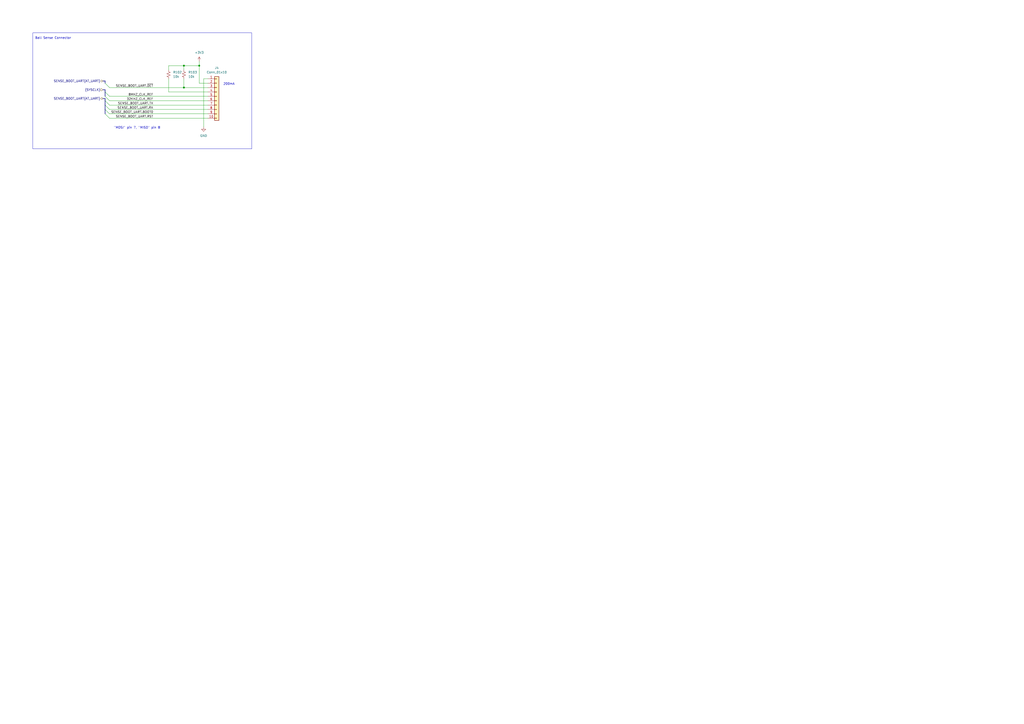
<source format=kicad_sch>
(kicad_sch (version 20230121) (generator eeschema)
  (paper "A2")
  (title_block (title "Kicker") (date "2024-06-10") (rev "3.1") (company "The A-Team (RC SSL)") (comment 1 "W. Stuckey"))
  (lib_symbols
    (symbol "Connector_Generic:Conn_01x10" (pin_names (offset 1.016) hide)
      (property "Reference" "J" (at 0 12.7 0))
      (property "Value" "Conn_01x10" (at 0 -15.24 0))
      (symbol "Conn_01x10_1_1"
        (rectangle (start -1.27 -12.573) (end 0 -12.827) (stroke (width 0.1524)))
        (rectangle (start -1.27 -10.033) (end 0 -10.287) (stroke (width 0.1524)))
        (rectangle (start -1.27 -7.493) (end 0 -7.747) (stroke (width 0.1524)))
        (rectangle (start -1.27 -4.953) (end 0 -5.207) (stroke (width 0.1524)))
        (rectangle (start -1.27 -2.413) (end 0 -2.667) (stroke (width 0.1524)))
        (rectangle (start -1.27 0.127) (end 0 -0.127) (stroke (width 0.1524)))
        (rectangle (start -1.27 2.667) (end 0 2.413) (stroke (width 0.1524)))
        (rectangle (start -1.27 5.207) (end 0 4.953) (stroke (width 0.1524)))
        (rectangle (start -1.27 7.747) (end 0 7.493) (stroke (width 0.1524)))
        (rectangle (start -1.27 10.287) (end 0 10.033) (stroke (width 0.1524)))
        (rectangle (start -1.27 11.43) (end 1.27 -13.97) (stroke (width 0.254)) (fill (type background)))
        (pin passive line (at -5.08 10.16 0) (length 3.81) (name "Pin_1") (number "1"))
        (pin passive line (at -5.08 -12.7 0) (length 3.81) (name "Pin_10") (number "10"))
        (pin passive line (at -5.08 7.62 0) (length 3.81) (name "Pin_2") (number "2"))
        (pin passive line (at -5.08 5.08 0) (length 3.81) (name "Pin_3") (number "3"))
        (pin passive line (at -5.08 2.54 0) (length 3.81) (name "Pin_4") (number "4"))
        (pin passive line (at -5.08 0 0) (length 3.81) (name "Pin_5") (number "5"))
        (pin passive line (at -5.08 -2.54 0) (length 3.81) (name "Pin_6") (number "6"))
        (pin passive line (at -5.08 -5.08 0) (length 3.81) (name "Pin_7") (number "7"))
        (pin passive line (at -5.08 -7.62 0) (length 3.81) (name "Pin_8") (number "8"))
        (pin passive line (at -5.08 -10.16 0) (length 3.81) (name "Pin_9") (number "9"))
      )
    )
    (symbol "Device:R_Small_US" (pin_numbers hide) (pin_names (offset 0.254) hide)
      (property "Reference" "R" (at 0.762 0.508 0))
      (property "Value" "R_Small_US" (at 0.762 -1.016 0))
      (symbol "R_Small_US_1_1"
        (polyline (pts (xy 0 0) (xy 1.016 -0.381) (xy 0 -0.762) (xy -1.016 -1.143) (xy 0 -1.524)))
        (polyline (pts (xy 0 1.524) (xy 1.016 1.143) (xy 0 0.762) (xy -1.016 0.381) (xy 0 0)))
        (pin passive line (at 0 2.54 270) (length 1.016) (name "~") (number "1"))
        (pin passive line (at 0 -2.54 90) (length 1.016) (name "~") (number "2"))
      )
    )
    (symbol "power:+3V3" (power) (pin_names (offset 0))
      (property "Value" "+3V3" (at 0 3.556 0))
      (symbol "+3V3_0_1"
        (polyline (pts (xy -0.762 1.27) (xy 0 2.54)))
        (polyline (pts (xy 0 0) (xy 0 2.54)))
        (polyline (pts (xy 0 2.54) (xy 0.762 1.27)))
      )
      (symbol "+3V3_1_1"
        (pin power_in line (at 0 0 90) (length 0) hide (name "+3V3") (number "1"))
      )
    )
    (symbol "power:GND" (power) (pin_names (offset 0))
      (property "Value" "GND" (at 0 -3.81 0))
      (symbol "GND_0_1"
        (polyline (pts (xy 0 0) (xy 0 -1.27) (xy 1.27 -1.27) (xy 0 -2.54) (xy -1.27 -1.27) (xy 0 -1.27)))
      )
      (symbol "GND_1_1"
        (pin power_in line (at 0 0 270) (length 0) hide (name "GND") (number "1"))
      )
    )
  )
  (junction (at 115.57 38.1))
  (junction (at 106.68 38.1))
  (junction (at 106.68 50.8))
  (bus_entry (at 60.96 53.34) (size 2.54 2.54))
  (bus_entry (at 60.96 58.42) (size 2.54 2.54))
  (bus_entry (at 60.96 48.26) (size 2.54 2.54))
  (bus_entry (at 60.96 63.5) (size 2.54 2.54))
  (bus_entry (at 60.96 55.88) (size 2.54 2.54))
  (bus_entry (at 60.96 60.96) (size 2.54 2.54))
  (bus_entry (at 60.96 66.04) (size 2.54 2.54))
  (bus (pts (xy 60.96 57.15) (xy 60.96 58.42)))
  (wire (pts (xy 63.5 58.42) (xy 120.65 58.42)))
  (wire (pts (xy 120.65 45.72) (xy 118.11 45.72)))
  (bus (pts (xy 60.96 57.15) (xy 59.69 57.15)))
  (wire (pts (xy 63.5 50.8) (xy 106.68 50.8)))
  (bus (pts (xy 60.96 52.07) (xy 60.96 53.34)))
  (wire (pts (xy 106.68 50.8) (xy 120.65 50.8)))
  (wire (pts (xy 106.68 40.64) (xy 106.68 38.1)))
  (wire (pts (xy 106.68 45.72) (xy 106.68 50.8)))
  (bus (pts (xy 60.96 46.99) (xy 59.69 46.99)))
  (wire (pts (xy 97.79 53.34) (xy 97.79 45.72)))
  (bus (pts (xy 60.96 53.34) (xy 60.96 55.88)))
  (wire (pts (xy 63.5 60.96) (xy 120.65 60.96)))
  (wire (pts (xy 115.57 35.56) (xy 115.57 38.1)))
  (wire (pts (xy 106.68 38.1) (xy 115.57 38.1)))
  (bus (pts (xy 60.96 58.42) (xy 60.96 60.96)))
  (wire (pts (xy 120.65 53.34) (xy 97.79 53.34)))
  (wire (pts (xy 63.5 68.58) (xy 120.65 68.58)))
  (wire (pts (xy 120.65 48.26) (xy 115.57 48.26)))
  (wire (pts (xy 118.11 45.72) (xy 118.11 73.66)))
  (wire (pts (xy 63.5 63.5) (xy 120.65 63.5)))
  (wire (pts (xy 115.57 38.1) (xy 115.57 48.26)))
  (wire (pts (xy 63.5 66.04) (xy 120.65 66.04)))
  (bus (pts (xy 60.96 46.99) (xy 60.96 48.26)))
  (bus (pts (xy 60.96 60.96) (xy 60.96 63.5)))
  (wire (pts (xy 63.5 55.88) (xy 120.65 55.88)))
  (bus (pts (xy 60.96 63.5) (xy 60.96 66.04)))
  (wire (pts (xy 97.79 38.1) (xy 106.68 38.1)))
  (wire (pts (xy 97.79 40.64) (xy 97.79 38.1)))
  (bus (pts (xy 60.96 52.07) (xy 59.69 52.07)))
  (rectangle (start 19.05 19.05) (end 146.05 86.36))
  (text "Ball Sense Connector" (at 20.32 22.86 0) (effects (font (size 1.27 1.27)) (justify left bottom)))
  (text "\"MOSI\" pin 7, \"MISO\" pin 8" (at 66.04 74.93 0) (effects (font (size 1.27 1.27)) (justify left bottom)))
  (text "200mA" (at 129.54 49.53 0) (effects (font (size 1.27 1.27)) (justify left bottom)))
  (label "SENSE_BOOT_UART.RX" (at 88.9 63.5 180))
  (label "SENSE_BOOT_UART.TX" (at 88.9 60.96 180))
  (label "32KHZ_CLK_REF" (at 88.9 58.42 180))
  (label "8MHZ_CLK_REF" (at 88.9 55.88 180))
  (label "SENSE_BOOT_UART.BOOT0" (at 88.9 66.04 180))
  (label "SENSE_BOOT_UART.~{DET}" (at 88.9 50.8 180))
  (label "SENSE_BOOT_UART.RST" (at 88.9 68.58 180))
  (hierarchical_label "SENSE_BOOT_UART{AT_UART}" (shape bidirectional) (at 59.69 46.99 180))
  (hierarchical_label "SENSE_BOOT_UART{AT_UART}" (shape bidirectional) (at 59.69 57.15 180))
  (hierarchical_label "{SYSCLK}" (shape input) (at 59.69 52.07 180))
  (symbol (lib_id "Device:R_Small_US") (at 106.68 43.18 0) (unit 1)
    (property "Reference" "R103" (at 109.22 41.91 0) (effects (justify left)))
    (property "Value" "10k" (at 109.22 44.45 0) (effects (justify left)))
    (property "Footprint" "Resistor_SMD:R_0402_1005Metric" (effects hide))
  )
  (symbol (lib_id "power:GND") (at 118.11 73.66 0) (unit 1)
    (property "Reference" "#PWR0174" (effects hide))
    (property "Value" "GND" (at 118.11 78.74 0))
  )
  (symbol (lib_id "Device:R_Small_US") (at 97.79 43.18 0) (unit 1)
    (property "Reference" "R102" (at 100.33 41.91 0) (effects (justify left)))
    (property "Value" "10k" (at 100.33 44.45 0) (effects (justify left)))
    (property "Footprint" "Resistor_SMD:R_0402_1005Metric" (effects hide))
  )
  (symbol (lib_id "power:+3V3") (at 115.57 35.56 0) (unit 1)
    (property "Reference" "#PWR0173" (effects hide))
    (property "Value" "+3V3" (at 115.57 30.48 0))
  )
  (symbol (lib_id "Connector_Generic:Conn_01x10") (at 125.73 55.88 0) (unit 1)
    (property "Reference" "J4" (at 125.73 39.37 0))
    (property "Value" "Conn_01x10" (at 125.73 41.91 0))
    (property "Footprint" "Connector_JST:JST_SH_SM10B-SRSS-TB_1x10-1MP_P1.00mm_Horizontal" (effects hide))
    (instances (project "kicker" (path "" (reference "J4") (unit 1)) (path "" (reference "J16") (unit 1))))
  )
)
</source>
